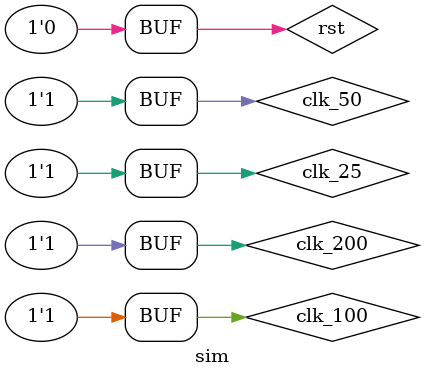
<source format=v>
module sim();

    reg clk_25, clk_50, clk_100, clk_200;

    reg rst;

    initial begin
        rst <= 1'b0;
        #12;
        rst <= 1'b1;
        #30;
        rst <= 1'b0;
    end

    always begin
        clk_25 <= 1'b0;
        #40;
        clk_25 <= 1'b1;
        #40;
    end

    always begin
        clk_50 <= 1'b0;
        #20;
        clk_50 <= 1'b1;
        #20;
    end

    always begin
        clk_100 <= 1'b0;
        #10;
        clk_100 <= 1'b1;
        #10;
    end

    always begin
        clk_200 <= 1'b0;
        #5;
        clk_200 <= 1'b1;
        #5;
    end

    tb_adc_test
    tb_adc_test_dut(
        .clk_25(clk_25),
        .clk_50(clk_50),
        .clk_100(clk_100),
        .clk_200(clk_200),
        .rst(rst)
    );


    // tb_ram2fifo
    // tb_ram2fifo(
    //     .clk(clk_200),
    //     .rst(rst)
    // );




endmodule
</source>
